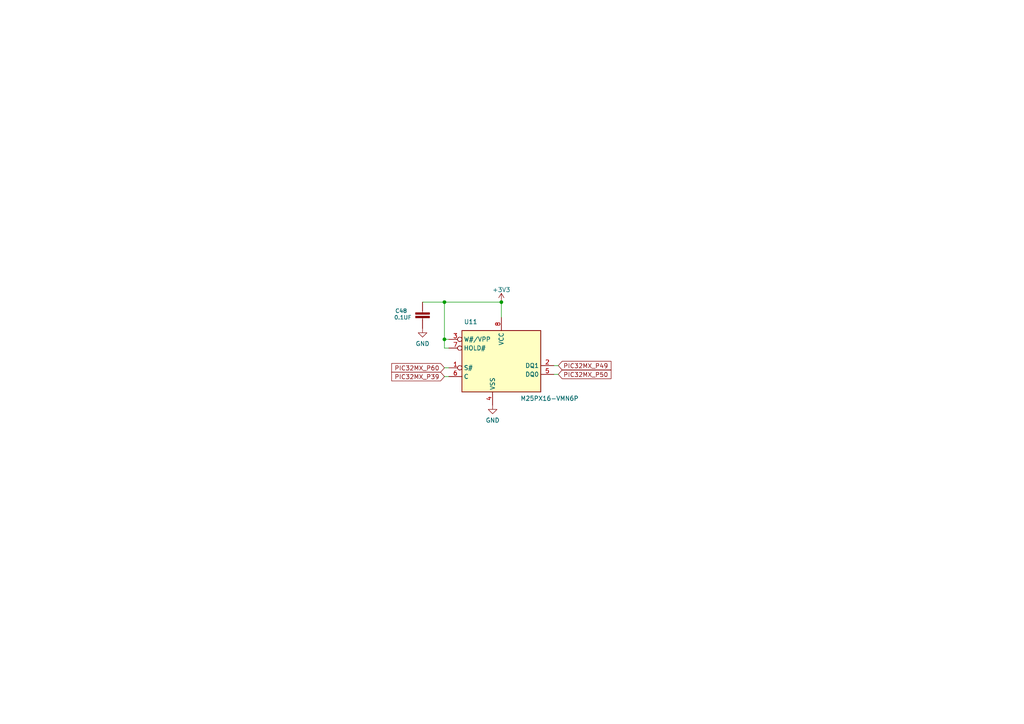
<source format=kicad_sch>
(kicad_sch (version 20211123) (generator eeschema)
  (paper "A4")
  (lib_symbols
    (symbol "Memory_Flash:M25PX16-VMN6P"
      (property "Reference" "U11" (at -8.89 11.43 0))
      (property "Value" "M25PX16-VMN6P" (at 13.97 -10.795 0))
      (symbol "M25PX16-VMN6P_0_1"
        (rectangle (start -11.43 8.89) (end 11.43 -8.89) (stroke (width 0.254)) (fill (type background)))
      )
      (symbol "M25PX16-VMN6P_1_1"
        (pin input inverted (at -15.24 -1.905 0) (length 3.81) (name "S#") (number "1"))
        (pin bidirectional line (at 15.24 -1.27 180) (length 3.81) (name "DQ1") (number "2"))
        (pin input inverted (at -15.24 6.35 0) (length 3.81) (name "W#/VPP") (number "3"))
        (pin power_in line (at -2.54 -12.7 90) (length 3.81) (name "VSS") (number "4"))
        (pin bidirectional line (at 15.24 -3.81 180) (length 3.81) (name "DQ0") (number "5"))
        (pin input line (at -15.24 -4.445 0) (length 3.81) (name "C") (number "6"))
        (pin input inverted (at -15.24 3.81 0) (length 3.81) (name "HOLD#") (number "7"))
        (pin power_in line (at 0 12.7 270) (length 3.81) (name "VCC") (number "8"))
      )
    )
    (symbol "SparkFun-Capacitors:1.0UF-0402-16V-10%" (pin_numbers hide) (pin_names (offset 1.016) hide)
      (property "Reference" "C" (at 1.524 2.921 0))
      (property "Value" "1.0UF-0402-16V-10%" (at 1.524 -2.159 0))
      (property "Field4" "CAP-12417" (at 0 7.62 0))
      (symbol "1.0UF-0402-16V-10%_1_0"
        (polyline (pts (xy 0 0) (xy 0 0.508)))
        (polyline (pts (xy 0 2.54) (xy 0 2.032)))
      )
      (symbol "1.0UF-0402-16V-10%_1_1"
        (rectangle (start -2.032 0.508) (end 2.032 1.016) (fill (type outline)))
        (rectangle (start -2.032 1.524) (end 2.032 2.032) (fill (type outline)))
        (pin passive line (at 0 5.08 270) (length 2.54) (name "1") (number "1"))
        (pin passive line (at 0 -2.54 90) (length 2.54) (name "2") (number "2"))
      )
    )
    (symbol "power:+3V3" (power) (pin_names (offset 0))
      (property "Value" "+3V3" (at 0 3.556 0))
      (symbol "+3V3_0_1"
        (polyline (pts (xy -0.762 1.27) (xy 0 2.54)))
        (polyline (pts (xy 0 0) (xy 0 2.54)))
        (polyline (pts (xy 0 2.54) (xy 0.762 1.27)))
      )
      (symbol "+3V3_1_1"
        (pin power_in line (at 0 0 90) (length 0) hide (name "+3V3") (number "1"))
      )
    )
    (symbol "power:GND" (power) (pin_names (offset 0))
      (property "Value" "GND" (at 0 -3.81 0))
      (symbol "GND_0_1"
        (polyline (pts (xy 0 0) (xy 0 -1.27) (xy 1.27 -1.27) (xy 0 -2.54) (xy -1.27 -1.27) (xy 0 -1.27)))
      )
      (symbol "GND_1_1"
        (pin power_in line (at 0 0 270) (length 0) hide (name "GND") (number "1"))
      )
    )
  )
  (junction (at 128.905 87.63))
  (junction (at 145.415 87.63))
  (junction (at 128.905 98.425))
  (wire (pts (xy 128.905 87.63) (xy 122.555 87.63)))
  (wire (pts (xy 128.905 98.425) (xy 128.905 87.63)))
  (wire (pts (xy 130.175 100.965) (xy 128.905 100.965)))
  (wire (pts (xy 161.925 108.585) (xy 160.655 108.585)))
  (wire (pts (xy 128.905 106.68) (xy 130.175 106.68)))
  (wire (pts (xy 145.415 92.075) (xy 145.415 87.63)))
  (wire (pts (xy 128.905 87.63) (xy 145.415 87.63)))
  (wire (pts (xy 128.905 98.425) (xy 130.175 98.425)))
  (wire (pts (xy 161.925 106.045) (xy 160.655 106.045)))
  (wire (pts (xy 128.905 98.425) (xy 128.905 100.965)))
  (wire (pts (xy 128.905 109.22) (xy 130.175 109.22)))
  (global_label "PIC32MX_P50" (shape input) (at 161.925 108.585 0) (property "Intersheet References" "${INTERSHEET_REFS}" (effects hide)))
  (global_label "PIC32MX_P60" (shape input) (at 128.905 106.68 180) (property "Intersheet References" "${INTERSHEET_REFS}" (effects hide)))
  (global_label "PIC32MX_P49" (shape input) (at 161.925 106.045 0) (property "Intersheet References" "${INTERSHEET_REFS}" (effects hide)))
  (global_label "PIC32MX_P39" (shape input) (at 128.905 109.22 180) (property "Intersheet References" "${INTERSHEET_REFS}" (effects hide)))
  (symbol (lib_id "power:GND") (at 142.875 117.475 0) (unit 1)
    (property "Reference" "#PWR0103" (effects hide))
    (property "Value" "GND" (at 142.875 121.9184 0))
  )
  (symbol (lib_id "SparkFun-Capacitors:1.0UF-0402-16V-10%") (at 122.555 90.17 180) (unit 1)
    (property "Reference" "C48" (at 118.11 90.17 0) (effects (font (size 1.143 1.143)) (justify left)))
    (property "Value" "0.1UF" (at 119.38 92.075 0) (effects (font (size 1.143 1.143)) (justify left)))
    (property "Footprint" "Capacitor_SMD:C_0402_1005Metric" (effects hide))
  )
  (symbol (lib_id "power:GND") (at 122.555 95.25 0) (unit 1)
    (property "Reference" "#PWR0102" (effects hide))
    (property "Value" "GND" (at 122.555 99.6934 0))
  )
  (symbol (lib_id "power:+3V3") (at 145.415 87.63 0) (unit 1)
    (property "Reference" "#PWR0101" (effects hide))
    (property "Value" "+3V3" (at 145.415 84.0542 0))
  )
  (symbol (lib_id "Memory_Flash:M25PX16-VMN6P") (at 145.415 104.775 0) (unit 1)
    (property "Reference" "U11" (at 136.525 93.345 0))
    (property "Value" "M25PX16-VMN6P" (at 159.385 115.57 0))
    (property "Footprint" "Package_SO:SOIC-8_3.9x4.9mm_P1.27mm" (effects hide))
  )
)
</source>
